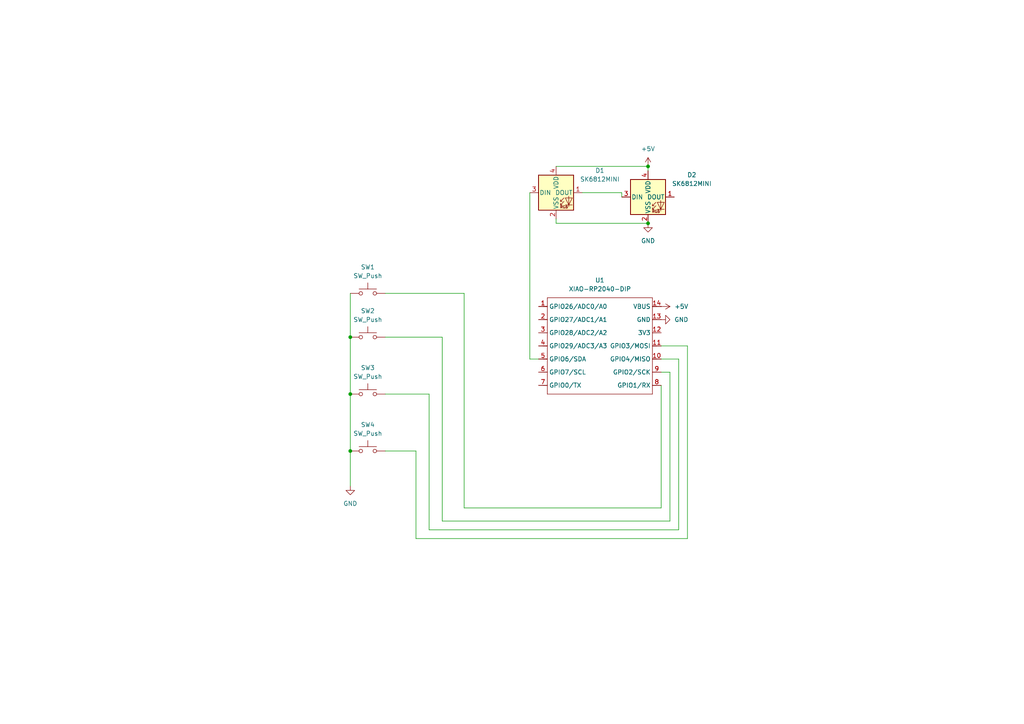
<source format=kicad_sch>
(kicad_sch (version 20250114) (generator "eeschema") (generator_version "9.0")
  (paper "A4")
  (lib_symbols
    (symbol "LED:SK6812MINI" (pin_names (offset 0.254))
      (property "Reference" "D" (at 5.08 5.715 0))
      (property "Value" "SK6812MINI" (at 1.27 -5.715 0))
      (symbol "SK6812MINI_0_0"
        (text "RGB" (at 2.286 -4.191 0) (effects (font (size 0.762 0.762))))
      )
      (symbol "SK6812MINI_0_1"
        (polyline (pts (xy 1.27 -2.54) (xy 1.778 -2.54)))
        (polyline (pts (xy 1.27 -3.556) (xy 1.778 -3.556)))
        (polyline (pts (xy 2.286 -1.524) (xy 1.27 -2.54) (xy 1.27 -2.032)))
        (polyline (pts (xy 2.286 -2.54) (xy 1.27 -3.556) (xy 1.27 -3.048)))
        (polyline (pts (xy 3.683 -1.016) (xy 3.683 -3.556) (xy 3.683 -4.064)))
        (polyline (pts (xy 4.699 -1.524) (xy 2.667 -1.524) (xy 3.683 -3.556) (xy 4.699 -1.524)))
        (polyline (pts (xy 4.699 -3.556) (xy 2.667 -3.556)))
        (rectangle (start 5.08 5.08) (end -5.08 -5.08) (stroke (width 0.254)) (fill (type background)))
      )
      (symbol "SK6812MINI_1_1"
        (pin input line (at -7.62 0 0) (length 2.54) (name "DIN") (number "3"))
        (pin power_in line (at 0 7.62 270) (length 2.54) (name "VDD") (number "4"))
        (pin power_in line (at 0 -7.62 90) (length 2.54) (name "VSS") (number "2"))
        (pin output line (at 7.62 0 180) (length 2.54) (name "DOUT") (number "1"))
      )
    )
    (symbol "OPL:XIAO-RP2040-DIP"
      (property "Reference" "U" (at 0 0 0))
      (property "Value" "XIAO-RP2040-DIP" (at 5.334 -1.778 0))
      (symbol "XIAO-RP2040-DIP_1_0"
        (polyline (pts (xy -1.27 -2.54) (xy 29.21 -2.54)) (stroke (width 0.1524)))
        (polyline (pts (xy -1.27 -5.08) (xy -2.54 -5.08)) (stroke (width 0.1524)))
        (polyline (pts (xy -1.27 -5.08) (xy -1.27 -2.54)) (stroke (width 0.1524)))
        (polyline (pts (xy -1.27 -8.89) (xy -2.54 -8.89)) (stroke (width 0.1524)))
        (polyline (pts (xy -1.27 -8.89) (xy -1.27 -5.08)) (stroke (width 0.1524)))
        (polyline (pts (xy -1.27 -12.7) (xy -2.54 -12.7)) (stroke (width 0.1524)))
        (polyline (pts (xy -1.27 -12.7) (xy -1.27 -8.89)) (stroke (width 0.1524)))
        (polyline (pts (xy -1.27 -16.51) (xy -2.54 -16.51)) (stroke (width 0.1524)))
        (polyline (pts (xy -1.27 -16.51) (xy -1.27 -12.7)) (stroke (width 0.1524)))
        (polyline (pts (xy -1.27 -20.32) (xy -2.54 -20.32)) (stroke (width 0.1524)))
        (polyline (pts (xy -1.27 -24.13) (xy -2.54 -24.13)) (stroke (width 0.1524)))
        (polyline (pts (xy -1.27 -27.94) (xy -2.54 -27.94)) (stroke (width 0.1524)))
        (polyline (pts (xy -1.27 -30.48) (xy -1.27 -16.51)) (stroke (width 0.1524)))
        (polyline (pts (xy 29.21 -2.54) (xy 29.21 -5.08)) (stroke (width 0.1524)))
        (polyline (pts (xy 29.21 -5.08) (xy 29.21 -8.89)) (stroke (width 0.1524)))
        (polyline (pts (xy 29.21 -8.89) (xy 29.21 -12.7)) (stroke (width 0.1524)))
        (polyline (pts (xy 29.21 -12.7) (xy 29.21 -30.48)) (stroke (width 0.1524)))
        (polyline (pts (xy 29.21 -30.48) (xy -1.27 -30.48)) (stroke (width 0.1524)))
        (polyline (pts (xy 30.48 -5.08) (xy 29.21 -5.08)) (stroke (width 0.1524)))
        (polyline (pts (xy 30.48 -8.89) (xy 29.21 -8.89)) (stroke (width 0.1524)))
        (polyline (pts (xy 30.48 -12.7) (xy 29.21 -12.7)) (stroke (width 0.1524)))
        (polyline (pts (xy 30.48 -16.51) (xy 29.21 -16.51)) (stroke (width 0.1524)))
        (polyline (pts (xy 30.48 -20.32) (xy 29.21 -20.32)) (stroke (width 0.1524)))
        (polyline (pts (xy 30.48 -24.13) (xy 29.21 -24.13)) (stroke (width 0.1524)))
        (polyline (pts (xy 30.48 -27.94) (xy 29.21 -27.94)) (stroke (width 0.1524)))
        (pin passive line (at -3.81 -5.08 0) (length 2.54) (name "GPIO26/ADC0/A0") (number "1"))
        (pin passive line (at -3.81 -8.89 0) (length 2.54) (name "GPIO27/ADC1/A1") (number "2"))
        (pin passive line (at -3.81 -12.7 0) (length 2.54) (name "GPIO28/ADC2/A2") (number "3"))
        (pin passive line (at -3.81 -16.51 0) (length 2.54) (name "GPIO29/ADC3/A3") (number "4"))
        (pin passive line (at -3.81 -20.32 0) (length 2.54) (name "GPIO6/SDA") (number "5"))
        (pin passive line (at -3.81 -24.13 0) (length 2.54) (name "GPIO7/SCL") (number "6"))
        (pin passive line (at -3.81 -27.94 0) (length 2.54) (name "GPIO0/TX") (number "7"))
        (pin passive line (at 31.75 -5.08 180) (length 2.54) (name "VBUS") (number "14"))
        (pin passive line (at 31.75 -8.89 180) (length 2.54) (name "GND") (number "13"))
        (pin passive line (at 31.75 -12.7 180) (length 2.54) (name "3V3") (number "12"))
        (pin passive line (at 31.75 -16.51 180) (length 2.54) (name "GPIO3/MOSI") (number "11"))
        (pin passive line (at 31.75 -20.32 180) (length 2.54) (name "GPIO4/MISO") (number "10"))
        (pin passive line (at 31.75 -24.13 180) (length 2.54) (name "GPIO2/SCK") (number "9"))
        (pin passive line (at 31.75 -27.94 180) (length 2.54) (name "GPIO1/RX") (number "8"))
      )
    )
    (symbol "Switch:SW_Push" (pin_numbers (hide yes)) (pin_names (offset 1.016) (hide yes))
      (property "Reference" "SW" (at 1.27 2.54 0))
      (property "Value" "SW_Push" (at 0 -1.524 0))
      (symbol "SW_Push_0_1"
        (circle (center -2.032 0) (radius 0.508))
        (polyline (pts (xy 0 1.27) (xy 0 3.048)))
        (circle (center 2.032 0) (radius 0.508))
        (polyline (pts (xy 2.54 1.27) (xy -2.54 1.27)))
        (pin passive line (at -5.08 0 0) (length 2.54) (name "1") (number "1"))
        (pin passive line (at 5.08 0 180) (length 2.54) (name "2") (number "2"))
      )
    )
    (symbol "power:+5V" (power) (pin_numbers (hide yes)) (pin_names (offset 0) (hide yes))
      (property "Value" "+5V" (at 0 3.556 0))
      (symbol "+5V_0_1"
        (polyline (pts (xy -0.762 1.27) (xy 0 2.54)))
        (polyline (pts (xy 0 2.54) (xy 0.762 1.27)))
        (polyline (pts (xy 0 0) (xy 0 2.54)))
      )
      (symbol "+5V_1_1"
        (pin power_in line (at 0 0 90) (length 0) (name "~") (number "1"))
      )
    )
    (symbol "power:GND" (power) (pin_numbers (hide yes)) (pin_names (offset 0) (hide yes))
      (property "Value" "GND" (at 0 -3.81 0))
      (symbol "GND_0_1"
        (polyline (pts (xy 0 0) (xy 0 -1.27) (xy 1.27 -1.27) (xy 0 -2.54) (xy -1.27 -1.27) (xy 0 -1.27)))
      )
      (symbol "GND_1_1"
        (pin power_in line (at 0 0 270) (length 0) (name "~") (number "1"))
      )
    )
  )
  (junction (at 101.6 130.81))
  (junction (at 187.96 48.26))
  (junction (at 187.96 64.77))
  (junction (at 101.6 97.79))
  (junction (at 101.6 114.3))
  (wire (pts (xy 196.85 104.14) (xy 196.85 153.67)))
  (wire (pts (xy 128.27 151.13) (xy 128.27 97.79)))
  (wire (pts (xy 180.34 55.88) (xy 180.34 57.15)))
  (wire (pts (xy 120.65 130.81) (xy 111.76 130.81)))
  (wire (pts (xy 101.6 85.09) (xy 101.6 97.79)))
  (wire (pts (xy 199.39 100.33) (xy 199.39 156.21)))
  (wire (pts (xy 128.27 97.79) (xy 111.76 97.79)))
  (wire (pts (xy 196.85 153.67) (xy 124.46 153.67)))
  (wire (pts (xy 191.77 100.33) (xy 199.39 100.33)))
  (wire (pts (xy 161.29 48.26) (xy 187.96 48.26)))
  (wire (pts (xy 120.65 156.21) (xy 120.65 130.81)))
  (wire (pts (xy 191.77 107.95) (xy 194.31 107.95)))
  (wire (pts (xy 194.31 107.95) (xy 194.31 151.13)))
  (wire (pts (xy 101.6 130.81) (xy 101.6 140.97)))
  (wire (pts (xy 124.46 114.3) (xy 111.76 114.3)))
  (wire (pts (xy 153.67 55.88) (xy 153.67 104.14)))
  (wire (pts (xy 191.77 104.14) (xy 196.85 104.14)))
  (wire (pts (xy 153.67 104.14) (xy 156.21 104.14)))
  (wire (pts (xy 111.76 85.09) (xy 134.62 85.09)))
  (wire (pts (xy 199.39 156.21) (xy 120.65 156.21)))
  (wire (pts (xy 191.77 111.76) (xy 191.77 147.32)))
  (wire (pts (xy 161.29 63.5) (xy 161.29 64.77)))
  (wire (pts (xy 101.6 114.3) (xy 101.6 130.81)))
  (wire (pts (xy 168.91 55.88) (xy 180.34 55.88)))
  (wire (pts (xy 101.6 97.79) (xy 101.6 114.3)))
  (wire (pts (xy 134.62 85.09) (xy 134.62 147.32)))
  (wire (pts (xy 187.96 48.26) (xy 187.96 49.53)))
  (wire (pts (xy 194.31 151.13) (xy 128.27 151.13)))
  (wire (pts (xy 161.29 64.77) (xy 187.96 64.77)))
  (wire (pts (xy 124.46 153.67) (xy 124.46 114.3)))
  (wire (pts (xy 134.62 147.32) (xy 191.77 147.32)))
  (symbol (lib_id "power:+5V") (at 187.96 48.26 0) (unit 1)
    (property "Reference" "#PWR04" (effects (hide yes)))
    (property "Value" "+5V" (at 187.96 43.18 0))
    (property "Description" "Power symbol creates a global label with name \"+5V\"" (effects (hide yes)))
  )
  (symbol (lib_id "OPL:XIAO-RP2040-DIP") (at 160.02 83.82 0) (unit 1)
    (property "Reference" "U1" (at 173.99 81.28 0))
    (property "Value" "XIAO-RP2040-DIP" (at 173.99 83.82 0))
    (property "Footprint" "OPL:XIAO-RP2040-DIP" (effects (hide yes)))
  )
  (symbol (lib_id "LED:SK6812MINI") (at 187.96 57.15 0) (unit 1)
    (property "Reference" "D2" (at 200.66 50.7298 0))
    (property "Value" "SK6812MINI" (at 200.66 53.2698 0))
    (property "Footprint" "LED_SMD:LED_SK6812MINI_PLCC4_3.5x3.5mm_P1.75mm" (effects (hide yes)))
    (property "Datasheet" "https://cdn-shop.adafruit.com/product-files/2686/SK6812MINI_REV.01-1-2.pdf" (effects (hide yes)))
    (property "Description" "RGB LED with integrated controller" (effects (hide yes)))
  )
  (symbol (lib_id "power:+5V") (at 191.77 88.9 270) (unit 1)
    (property "Reference" "#PWR03" (effects (hide yes)))
    (property "Value" "+5V" (at 195.58 88.8999 90) (effects (justify left)))
    (property "Description" "Power symbol creates a global label with name \"+5V\"" (effects (hide yes)))
  )
  (symbol (lib_id "Switch:SW_Push") (at 106.68 97.79 0) (unit 1)
    (property "Reference" "SW2" (at 106.68 90.17 0))
    (property "Value" "SW_Push" (at 106.68 92.71 0))
    (property "Footprint" "Button_Switch_Keyboard:SW_Cherry_MX_1.00u_PCB" (effects (hide yes)))
    (property "Description" "Push button switch, generic, two pins" (effects (hide yes)))
  )
  (symbol (lib_id "power:GND") (at 187.96 64.77 0) (unit 1)
    (property "Reference" "#PWR05" (effects (hide yes)))
    (property "Value" "GND" (at 187.96 69.85 0))
    (property "Description" "Power symbol creates a global label with name \"GND\" , ground" (effects (hide yes)))
  )
  (symbol (lib_id "Switch:SW_Push") (at 106.68 85.09 0) (unit 1)
    (property "Reference" "SW1" (at 106.68 77.47 0))
    (property "Value" "SW_Push" (at 106.68 80.01 0))
    (property "Footprint" "Button_Switch_Keyboard:SW_Cherry_MX_1.00u_PCB" (effects (hide yes)))
    (property "Description" "Push button switch, generic, two pins" (effects (hide yes)))
  )
  (symbol (lib_id "Switch:SW_Push") (at 106.68 130.81 0) (unit 1)
    (property "Reference" "SW4" (at 106.68 123.19 0))
    (property "Value" "SW_Push" (at 106.68 125.73 0))
    (property "Footprint" "Button_Switch_Keyboard:SW_Cherry_MX_1.00u_PCB" (effects (hide yes)))
    (property "Description" "Push button switch, generic, two pins" (effects (hide yes)))
  )
  (symbol (lib_id "Switch:SW_Push") (at 106.68 114.3 0) (unit 1)
    (property "Reference" "SW3" (at 106.68 106.68 0))
    (property "Value" "SW_Push" (at 106.68 109.22 0))
    (property "Footprint" "Button_Switch_Keyboard:SW_Cherry_MX_1.00u_PCB" (effects (hide yes)))
    (property "Description" "Push button switch, generic, two pins" (effects (hide yes)))
  )
  (symbol (lib_id "LED:SK6812MINI") (at 161.29 55.88 0) (unit 1)
    (property "Reference" "D1" (at 173.99 49.4598 0))
    (property "Value" "SK6812MINI" (at 173.99 51.9998 0))
    (property "Footprint" "LED_SMD:LED_SK6812MINI_PLCC4_3.5x3.5mm_P1.75mm" (effects (hide yes)))
    (property "Datasheet" "https://cdn-shop.adafruit.com/product-files/2686/SK6812MINI_REV.01-1-2.pdf" (effects (hide yes)))
    (property "Description" "RGB LED with integrated controller" (effects (hide yes)))
  )
  (symbol (lib_id "power:GND") (at 101.6 140.97 0) (unit 1)
    (property "Reference" "#PWR01" (effects (hide yes)))
    (property "Value" "GND" (at 101.6 146.05 0))
    (property "Description" "Power symbol creates a global label with name \"GND\" , ground" (effects (hide yes)))
  )
  (symbol (lib_id "power:GND") (at 191.77 92.71 90) (unit 1)
    (property "Reference" "#PWR02" (effects (hide yes)))
    (property "Value" "GND" (at 195.58 92.7099 90) (effects (justify right)))
    (property "Description" "Power symbol creates a global label with name \"GND\" , ground" (effects (hide yes)))
  )
)
</source>
